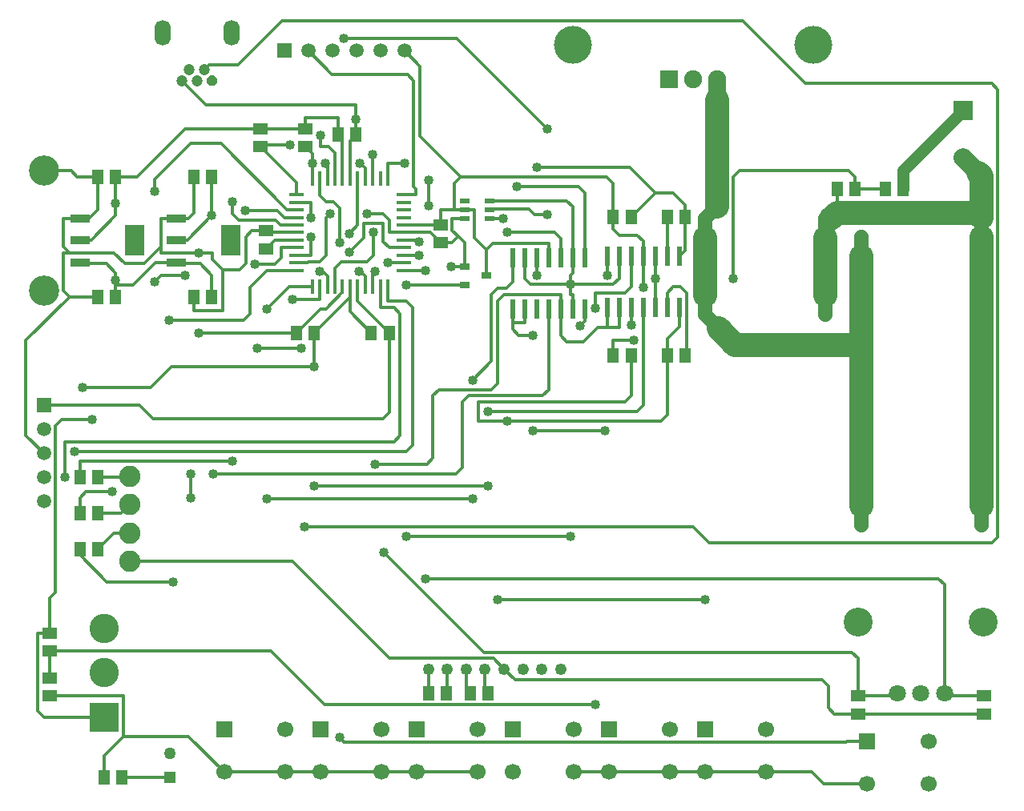
<source format=gtl>
G04 DipTrace 2.3.1.0*
%INcurrent-drain.gtl*%
%MOIN*%
%ADD13C,0.013*%
%ADD14C,0.06*%
%ADD15C,0.1*%
%ADD16C,0.0787*%
%ADD17C,0.0748*%
%ADD18C,0.0512*%
%ADD19C,0.126*%
%ADD20R,0.0512X0.0591*%
%ADD21R,0.0591X0.0512*%
%ADD22C,0.05*%
%ADD23R,0.05X0.05*%
%ADD24C,0.1575*%
%ADD25R,0.0591X0.0591*%
%ADD26C,0.0591*%
%ADD27C,0.0472*%
%ADD28O,0.0669X0.1063*%
%ADD29R,0.0787X0.0787*%
%ADD30C,0.0492*%
%ADD31C,0.0886*%
%ADD32R,0.0748X0.0748*%
%ADD33C,0.0748*%
%ADD34C,0.06*%
%ADD35R,0.122X0.122*%
%ADD36C,0.122*%
%ADD37C,0.0709*%
%ADD38C,0.12*%
%ADD39R,0.0669X0.0669*%
%ADD40C,0.0669*%
%ADD42R,0.0413X0.0256*%
%ADD43R,0.0433X0.0236*%
%ADD44R,0.0846X0.0374*%
%ADD45R,0.0846X0.128*%
%ADD47R,0.0591X0.0177*%
%ADD48R,0.0177X0.0591*%
%ADD49R,0.0236X0.0787*%
%ADD50C,0.04*%
%FSLAX44Y44*%
G04*
G70*
G90*
G75*
G01*
%LNTop*%
%LPD*%
X25397Y23707D2*
D13*
X24825D1*
X24565Y23967D1*
Y24226D1*
X25065D1*
Y24815D1*
X24565Y24226D2*
Y24815D1*
X28408Y19747D2*
X25397D1*
X10267Y24345D2*
X13378D1*
X13638Y24605D1*
Y25697D1*
X14357Y26415D1*
X15565D1*
X38939Y8689D2*
X40439D1*
X40565Y8815D1*
X19364Y26730D2*
X20053D1*
X38939Y8689D2*
Y10256D1*
X38679Y10516D1*
X23391D1*
X19229Y14678D1*
X44189Y8689D2*
X42659D1*
X42534Y8815D1*
X20938Y26415D2*
X20053D1*
X42534Y8815D2*
Y13323D1*
X42274Y13583D1*
X20938D1*
X23563Y8815D2*
X23427Y8951D1*
Y9815D1*
X21565Y28313D2*
X21557Y28305D1*
X20053D1*
X15567Y23815D2*
X16567Y24815D1*
X16815D1*
X17494Y25494D1*
Y25746D1*
X14315Y28065D2*
X14390Y27990D1*
X15565D1*
X18063Y32065D2*
X17809Y31811D1*
Y30234D1*
X11315Y30315D2*
Y28815D1*
X11065Y28565D1*
X10565D1*
X7315Y30315D2*
Y28940D1*
X6940Y28565D1*
X6565D1*
X28752Y28628D2*
Y28128D1*
X29002Y27878D1*
X29752D1*
X30002Y27628D1*
Y27004D1*
X44065Y15815D2*
D14*
Y16615D1*
D15*
Y27015D1*
D14*
Y27815D1*
X37565Y24565D2*
Y25365D1*
D15*
Y27765D1*
D14*
Y28565D1*
X44065Y27815D2*
Y28615D1*
D15*
Y28815D1*
Y30346D1*
X43947Y30465D1*
D16*
X43315Y31096D1*
X44065Y25815D2*
D15*
Y27815D1*
X37565Y28565D2*
D14*
X37815D1*
D15*
X38065Y28815D1*
X44065D1*
X28752Y28628D2*
D13*
Y30043D1*
X28492Y30303D1*
X22413D1*
X22154Y30043D1*
Y28941D1*
X22565D1*
X20065Y35565D2*
X20720Y34910D1*
Y31997D1*
X22413Y30303D1*
X23124Y5543D2*
X20565D1*
X18063Y32065D2*
Y32690D1*
X14315Y28065D2*
X13726D1*
X13467Y27805D1*
Y26690D1*
X13207Y26430D1*
X12514D1*
Y24740D1*
X11315D1*
Y25315D1*
X27124Y5543D2*
X28565D1*
X12565D2*
X11089Y7020D1*
X8370D1*
Y8689D1*
X5316D1*
X6565Y28565D2*
X5890D1*
Y27396D1*
X6150Y27136D1*
X7987D1*
X8433Y26690D1*
X9241D1*
X9947Y27396D1*
Y28565D1*
X10565D1*
X7315Y30315D2*
X6453D1*
X6203Y30565D1*
X5065D1*
X9947Y27396D2*
Y27136D1*
X11515D1*
X21565Y28313D2*
Y28941D1*
X22154D1*
X15567Y23815D2*
X11515D1*
X38065Y28815D2*
Y29815D1*
X7315Y25315D2*
X6150D1*
X4326Y23491D1*
Y19554D1*
X5065Y18815D1*
X22565Y28941D2*
X22976D1*
Y27764D1*
X23471Y27270D1*
X23730Y27530D1*
X26065D1*
Y26941D1*
X30002Y27004D2*
Y25695D1*
X29607Y23503D2*
X28752D1*
Y22878D1*
X23471Y27270D2*
Y26191D1*
X8370Y7020D2*
X7565Y6215D1*
Y5315D1*
X15124Y5543D2*
X12565D1*
X16565D2*
X15124D1*
X19124D2*
X16565D1*
X20565D2*
X19124D1*
X6150Y27136D2*
X5890D1*
Y25575D1*
X6150Y25315D1*
X7315D2*
X7184D1*
X18063Y32690D2*
Y33294D1*
X11826D1*
X10805Y34315D1*
X35124Y5543D2*
X37014D1*
X37514Y5043D1*
X39315D1*
X32565Y5543D2*
X35124D1*
X31124D2*
X32565D1*
X28565D2*
X31124D1*
X11515Y27136D2*
X12085D1*
Y26859D1*
X12514Y26430D1*
X22154Y28941D2*
D3*
X44065Y25815D2*
Y23815D1*
Y21815D1*
Y19815D1*
Y17815D1*
X37565Y26565D2*
Y28565D1*
X21565Y27565D2*
X21140Y27990D1*
X20053D1*
X18692Y23815D2*
X17809Y24698D1*
Y25746D1*
X16315Y23815D2*
X17809Y25309D1*
Y25746D1*
X17315Y32065D2*
X17494Y31886D1*
Y30234D1*
X8063Y30315D2*
Y28688D1*
X7034Y27659D1*
X6565D1*
X16980Y28779D2*
X16809Y28608D1*
Y27026D1*
X16549Y26766D1*
X16091D1*
X16055Y26730D1*
X15565D1*
X20053Y27990D2*
X19434D1*
Y28519D1*
X19174Y28779D1*
X18519D1*
X23558Y20537D2*
X29742D1*
X30002Y20797D1*
Y24878D1*
X8063Y30315D2*
X8942D1*
X10940Y32313D1*
X14065D1*
X22565Y28567D2*
X22055D1*
Y28085D1*
X22315Y27825D1*
X22565Y27575D1*
Y26565D1*
X21565Y27565D2*
X22055D1*
X22315Y27825D1*
X16315Y17425D2*
X23558D1*
X6669Y21523D2*
X9507D1*
X10375Y22392D1*
X16315D1*
X24215Y9815D2*
X23774Y10256D1*
X19459D1*
X15412Y14303D1*
X8644D1*
X38939Y7941D2*
X37957D1*
X37697Y8201D1*
Y9100D1*
X37437Y9360D1*
X24669D1*
X24215Y9815D1*
X44189Y7941D2*
X40740D1*
X38939D1*
X15940Y32313D2*
Y32764D1*
X17315D1*
Y32065D1*
X14065Y32313D2*
X15940D1*
X22565Y26565D2*
X22028D1*
X16315Y22392D2*
Y23815D1*
X22315Y27825D2*
D3*
X19440Y23815D2*
X18124Y25131D1*
Y25746D1*
X19440Y23815D2*
Y20490D1*
X19180Y20230D1*
X9623D1*
X9038Y20815D1*
X5065D1*
X14315Y27317D2*
X14673Y27675D1*
X15565D1*
X32565Y28565D2*
D14*
Y27765D1*
Y27365D1*
Y26565D1*
Y25765D1*
Y25365D1*
Y24565D1*
X33131Y23999D1*
D15*
X33815Y23315D1*
X38565D1*
D14*
X39065Y23815D1*
Y27815D2*
Y27015D1*
D15*
Y26615D1*
D14*
Y25815D1*
Y23815D1*
Y23015D1*
Y22615D1*
Y21815D1*
Y21015D1*
Y20615D1*
Y19815D1*
Y19015D1*
Y18615D1*
Y17815D1*
Y17015D1*
Y16615D1*
Y15815D1*
X32565Y28565D2*
X33065Y29065D1*
D15*
Y33503D1*
D17*
Y34377D1*
X39065Y27015D2*
D15*
Y16615D1*
D14*
D3*
X32565Y25365D2*
D15*
Y27765D1*
D14*
D3*
X15940Y31565D2*
D13*
X16234Y31271D1*
Y30234D1*
X26013Y28723D2*
X25478D1*
X25239Y28962D1*
X23628D1*
Y28941D1*
X17555Y36055D2*
X22252D1*
X26013Y32294D1*
X14065Y31565D2*
X15565Y30065D1*
Y29565D1*
X21075Y29118D2*
Y30168D1*
X24174Y28567D2*
X23628D1*
X14065Y31565D2*
Y31649D1*
X15315D1*
X20065Y30859D2*
X19384D1*
Y30234D1*
X6565Y14815D2*
Y14565D1*
X7690Y13440D1*
X10440D1*
X11190Y16940D2*
Y17940D1*
X10940Y26190D2*
X9940D1*
X9690Y25940D1*
Y29690D2*
Y30190D1*
X11190Y31690D1*
X12440D1*
X15190Y28940D1*
X15560D1*
X15565Y28935D1*
X7899Y17212D2*
X6825D1*
X6565Y16952D1*
Y16315D1*
X13440Y28911D2*
X14774D1*
X15065Y28620D1*
X15565D1*
X12910Y18484D2*
X6565D1*
Y17815D1*
X12910Y29285D2*
Y28776D1*
X13170Y28516D1*
X14700D1*
X14910Y28305D1*
X15565D1*
X7313Y14815D2*
X7982Y15484D1*
X8644D1*
X7313Y16315D2*
X8293D1*
X8644Y16665D1*
X7313Y17815D2*
X8612D1*
X8644Y17846D1*
X22815Y8815D2*
X22640Y8990D1*
Y9815D1*
X21813Y8815D2*
X21852Y8854D1*
Y9815D1*
X21065Y8815D2*
Y9815D1*
X12063Y30315D2*
Y28688D1*
X11034Y27659D1*
X10565D1*
X12106Y17954D2*
X22226D1*
X22486Y18214D1*
Y20932D1*
X22746Y21192D1*
X25805D1*
X26065Y21451D1*
Y24815D1*
X33760Y26070D2*
Y30305D1*
X34020Y30565D1*
X38553D1*
X38813Y30305D1*
Y29815D1*
X30502Y27004D2*
Y26070D1*
X29502Y24154D2*
Y24878D1*
X38813Y29815D2*
X39264D1*
X40065D1*
X30502Y26070D2*
Y24878D1*
X18834Y18349D2*
X21000D1*
X21260Y18609D1*
Y21192D1*
X21519Y21451D1*
X23693D1*
X23953Y21711D1*
Y25144D1*
X24213Y25404D1*
X26565D1*
Y24815D1*
Y23696D1*
X26825Y23437D1*
X27528D1*
X28121Y24030D1*
X28502D1*
X29002D1*
Y24878D1*
X18834Y26371D2*
D3*
X28502Y24030D2*
Y24878D1*
X18834Y26371D2*
X18754Y26291D1*
Y25746D1*
X31002Y24878D2*
Y25467D1*
X31262Y25726D1*
X31555D1*
X31815Y25467D1*
Y22878D1*
X31750D1*
X31002Y28628D2*
Y27004D1*
X18779Y27989D2*
Y27026D1*
X18519Y26766D1*
X17439D1*
X17179Y26506D1*
Y25746D1*
X31502Y24878D2*
Y24060D1*
X31002Y23560D1*
Y22878D1*
X24348Y27989D2*
X26305D1*
X26565Y27730D1*
Y26941D1*
X24348Y20142D2*
X23163D1*
Y20932D1*
X29240D1*
X29500Y21192D1*
Y22878D1*
X31002D2*
Y20402D1*
X30742Y20142D1*
X24348D1*
X31750Y28628D2*
Y27252D1*
X31502Y27004D1*
X29500Y28628D2*
X29502D1*
X30502Y29628D1*
X31252D1*
X31752Y29128D1*
Y28630D1*
X31750Y28628D1*
X16530Y26371D2*
D3*
X30502Y29628D2*
X29432Y30698D1*
X25565D1*
Y26217D2*
Y26941D1*
X16530Y26371D2*
X16664D1*
X16864Y26171D1*
Y25746D1*
X43315Y33065D2*
D18*
X40813Y30563D1*
Y29815D1*
X22903Y21846D2*
D13*
X23693Y22636D1*
Y25404D1*
X23953Y25663D1*
X24305D1*
X24565Y25923D1*
Y26941D1*
X14351Y16895D2*
X22903D1*
X14351Y24815D2*
X15282Y25746D1*
X16234D1*
X24763Y29908D2*
X27305D1*
X27565Y29648D1*
Y26941D1*
X15400Y25210D2*
X16549D1*
Y25746D1*
X16565Y32044D2*
Y31565D1*
X16919D1*
X17179Y31305D1*
Y30234D1*
X27367Y24091D2*
X27565Y24290D1*
Y24815D1*
X28013Y8325D2*
X16747D1*
X14506Y10565D1*
X5315D1*
X28013Y24838D2*
Y25467D1*
X29242D1*
X29502Y25726D1*
Y27004D1*
X5316Y9437D2*
X5185D1*
X5315Y10565D2*
Y9437D1*
X12063Y25315D2*
Y26192D1*
X11565Y26690D1*
X10629D1*
X10565Y26754D1*
X8063Y25315D2*
Y25805D1*
Y26317D1*
X7690Y26690D1*
X6629D1*
X6565Y26754D1*
X7064Y20210D2*
X5815D1*
X5555Y19950D1*
Y12996D1*
X5315Y12756D1*
Y11313D1*
X10565Y26754D2*
X9726D1*
X8778Y25805D1*
X8063D1*
X5315Y11313D2*
X4825D1*
Y8075D1*
X5085Y7815D1*
X7565D1*
X20678Y27045D2*
X20053D1*
X17770Y27161D2*
X18384Y27775D1*
Y28384D1*
X19174D1*
Y27620D1*
X19434Y27360D1*
X20053D1*
X20678Y27595D2*
X20598Y27675D1*
X20053D1*
X23953Y12719D2*
X32565D1*
X17375Y27556D2*
Y29011D1*
X17115Y29271D1*
X16809D1*
X16549Y29530D1*
Y30234D1*
X17375Y6970D2*
X17559Y6785D1*
X38434D1*
X38464Y6815D1*
X39315D1*
X17770Y27951D2*
X18124Y28305D1*
Y30234D1*
X18204Y30859D2*
X18239D1*
X18439Y30659D1*
Y30234D1*
X18754Y31254D2*
Y30234D1*
X13861Y26675D2*
X14673D1*
X14933Y26935D1*
Y27360D1*
X15565D1*
X16190Y27816D2*
Y27045D1*
X15565D1*
X15913Y15740D2*
X32071D1*
X32750Y15060D1*
X44500D1*
X44760Y15320D1*
Y33939D1*
X44500Y34198D1*
X36741D1*
X34142Y36797D1*
X14980D1*
X13151Y34969D1*
X11931D1*
X11750Y34787D1*
X16764Y30859D2*
X16864Y30759D1*
Y30234D1*
X5950Y17815D2*
Y19274D1*
X19631D1*
X19891Y19534D1*
Y24611D1*
X19631Y24871D1*
X19069D1*
Y25746D1*
X6345Y18879D2*
X20151D1*
X20410Y19139D1*
Y24871D1*
X20151Y25131D1*
X19384D1*
Y25746D1*
X20053Y29565D2*
X20543D1*
Y29807D1*
X20460Y29890D1*
Y34319D1*
X20200Y34579D1*
X17051D1*
X16065Y35565D1*
X16190Y28606D2*
Y29250D1*
X15565D1*
X13956Y23182D2*
X15795D1*
X28502Y26217D2*
Y27004D1*
X8313Y5315D2*
X9485D1*
X10315D1*
X29002Y27004D2*
Y26082D1*
X28742Y25823D1*
X26972D1*
X25065Y26941D2*
Y26082D1*
X25325Y25823D1*
X26972D1*
X18165Y26371D2*
D3*
X26972Y15345D2*
X20149D1*
Y25817D2*
X22565D1*
X27065Y26941D2*
Y29055D1*
X26805Y29315D1*
X23628D1*
X26972Y25823D2*
Y26217D1*
X27065Y26311D1*
Y26941D1*
X26972Y25823D2*
Y25404D1*
X27065D1*
Y24815D1*
X18165Y26371D2*
X18239D1*
X18439Y26171D1*
Y25746D1*
D50*
X10440Y13440D3*
X11190Y16940D3*
Y17940D3*
X10940Y26190D3*
X9690Y25940D3*
Y29690D3*
X25397Y23707D3*
Y19747D3*
X28408D3*
X10267Y24345D3*
X19364Y26730D3*
X19229Y14678D3*
X20938Y26415D3*
Y13583D3*
X18063Y32690D3*
X11515Y23815D3*
X30002Y25695D3*
X29607Y23503D3*
X11515Y27136D3*
X16980Y28779D3*
X18519D3*
X22028Y26565D3*
X23558Y17425D3*
X16315D3*
Y22392D3*
X6669Y21523D3*
X23558Y20537D3*
X8063Y29218D3*
X26013Y32294D3*
X17555Y36055D3*
X26013Y28723D3*
X16234Y30859D3*
X15315Y31649D3*
X21075Y30168D3*
Y29118D3*
X24174Y28567D3*
X20065Y30859D3*
X7899Y17212D3*
X13440Y28911D3*
X12910Y18484D3*
Y29285D3*
X12106Y17954D3*
X12063Y28688D3*
X33760Y26070D3*
X29502Y24154D3*
X30502Y26070D3*
X18834Y18349D3*
Y26371D3*
X18779Y27989D3*
X24348Y20142D3*
Y27989D3*
X16530Y26371D3*
X25565Y30698D3*
Y26217D3*
X22903Y21846D3*
Y16895D3*
X14351D3*
Y24815D3*
X24763Y29908D3*
X15400Y25210D3*
X16565Y32044D3*
X27367Y24091D3*
X28013Y24838D3*
Y8325D3*
X7064Y20210D3*
X8063Y26005D3*
X20678Y27045D3*
X17770Y27161D3*
X20678Y27595D3*
X23953Y12719D3*
X32565D3*
X17375Y27556D3*
Y6970D3*
X17770Y27951D3*
X18204Y30859D3*
X18754Y31254D3*
X13861Y26675D3*
X16190Y27816D3*
X15913Y15740D3*
X16764Y30859D3*
X5950Y17815D3*
X6345Y18879D3*
X16190Y28606D3*
X15795Y23182D3*
X13956D3*
X28502Y26217D3*
X18165Y26371D3*
X20149Y15345D3*
X26972D3*
X20149Y25817D3*
X26972Y25823D3*
D19*
X5065Y30565D3*
Y25565D3*
D20*
X21065Y8815D3*
X21813D3*
X7315Y30315D3*
X8063D3*
X7315Y25315D3*
X8063D3*
X23563Y8815D3*
X22815D3*
X11315Y30315D3*
X12063D3*
X11315Y25315D3*
X12063D3*
D21*
X14315Y28065D3*
Y27317D3*
X21565Y27565D3*
Y28313D3*
D20*
X17315Y32065D3*
X18063D3*
X16315Y23815D3*
X15567D3*
D22*
X10315Y6315D3*
D23*
Y5315D3*
D24*
X37065Y35815D3*
X27065D3*
D25*
X5065Y20815D3*
D26*
Y19815D3*
Y18815D3*
Y17815D3*
Y16815D3*
G36*
X12155Y34097D2*
X11975D1*
X11847Y34225D1*
Y34405D1*
X11975Y34533D1*
X12155D1*
X12283Y34405D1*
Y34225D1*
X12155Y34097D1*
G37*
D27*
X11750Y34787D3*
X11435Y34315D3*
X11120Y34787D3*
X10805Y34315D3*
D28*
X12872Y36303D3*
X9998D3*
D25*
X15065Y35565D3*
D26*
X16065D3*
X17065D3*
X18065D3*
X19065D3*
X20065D3*
D29*
X43315Y33065D3*
D16*
Y31096D3*
D30*
X21065Y9815D3*
X21852D3*
X22640D3*
X23427D3*
X24215D3*
X25002D3*
X25789D3*
X26577D3*
D31*
X8644Y17846D3*
Y16665D3*
Y15484D3*
Y14303D3*
D32*
X31065Y34377D3*
D33*
X32065D3*
X33065D3*
D20*
X6565Y17815D3*
X7313D3*
X6565Y16315D3*
X7313D3*
X6565Y14815D3*
X7313D3*
D21*
X5315Y10565D3*
Y11313D3*
X5316Y8689D3*
Y9437D3*
X15940Y31565D3*
Y32313D3*
X14065Y31565D3*
Y32313D3*
X38939Y8689D3*
Y7941D3*
X44189Y8689D3*
Y7941D3*
D20*
X19440Y23815D3*
X18692D3*
X28752Y22878D3*
X29500D3*
X28752Y28628D3*
X29500D3*
X31002Y22878D3*
X31750D3*
Y28628D3*
X31002D3*
X40065Y29815D3*
X40813D3*
X38065D3*
X38813D3*
D14*
X44065Y15815D3*
D34*
X39065D3*
D14*
X44065Y17815D3*
D34*
X39065D3*
D14*
X44065Y19815D3*
D34*
X39065D3*
D14*
X44065Y21815D3*
D34*
X39065D3*
D14*
X44065Y23815D3*
D34*
X39065D3*
D14*
X44065Y25815D3*
D34*
X39065D3*
D14*
X44065Y27815D3*
D34*
X39065D3*
D14*
X37565Y24565D3*
D34*
X32565D3*
D14*
X37565Y26565D3*
D34*
X32565D3*
D14*
X37565Y28565D3*
D34*
X32565D3*
D20*
X7565Y5315D3*
X8313D3*
D35*
X7565Y7815D3*
D36*
Y9665D3*
Y11516D3*
D37*
X40565Y8815D3*
X41549D3*
X42534D3*
D38*
X38951Y11768D3*
X44148D3*
D39*
X12565Y7315D3*
D40*
Y5543D3*
X15124D3*
Y7315D3*
D39*
X32565D3*
D40*
Y5543D3*
X35124D3*
Y7315D3*
D39*
X20565D3*
D40*
Y5543D3*
X23124D3*
Y7315D3*
D39*
X28565D3*
D40*
Y5543D3*
X31124D3*
Y7315D3*
D39*
X16565D3*
D40*
Y5543D3*
X19124D3*
Y7315D3*
D39*
X39315Y6815D3*
D40*
Y5043D3*
X41874D3*
Y6815D3*
D39*
X24565Y7315D3*
D40*
Y5543D3*
X27124D3*
Y7315D3*
D42*
X22565Y26565D3*
Y25817D3*
X23471Y26191D3*
D43*
X22565Y29315D3*
Y28941D3*
Y28567D3*
X23628D3*
Y28941D3*
Y29315D3*
D44*
X6565Y28565D3*
Y27659D3*
Y26754D3*
D45*
X8848Y27659D3*
D44*
X10565Y28565D3*
Y27659D3*
Y26754D3*
D45*
X12848Y27659D3*
D47*
X15565Y29565D3*
Y29250D3*
Y28935D3*
Y28620D3*
Y28305D3*
Y27990D3*
Y27675D3*
Y27360D3*
Y27045D3*
Y26730D3*
Y26415D3*
D48*
X16234Y25746D3*
X16549D3*
X16864D3*
X17179D3*
X17494D3*
X17809D3*
X18124D3*
X18439D3*
X18754D3*
X19069D3*
X19384D3*
D47*
X20053Y26415D3*
Y26730D3*
Y27045D3*
Y27360D3*
Y27675D3*
Y27990D3*
Y28305D3*
Y28620D3*
Y28935D3*
Y29250D3*
Y29565D3*
D48*
X19384Y30234D3*
X19069D3*
X18754D3*
X18439D3*
X18124D3*
X17809D3*
X17494D3*
X17179D3*
X16864D3*
X16549D3*
X16234D3*
D49*
X28502Y24878D3*
X29002D3*
X29502D3*
X30002D3*
X30502D3*
X31002D3*
X31502D3*
Y27004D3*
X31002D3*
X30502D3*
X30002D3*
X29502D3*
X29002D3*
X28502D3*
X24565Y24815D3*
X25065D3*
X25565D3*
X26065D3*
X26565D3*
X27065D3*
X27565D3*
Y26941D3*
X27065D3*
X26565D3*
X26065D3*
X25565D3*
X25065D3*
X24565D3*
M02*

</source>
